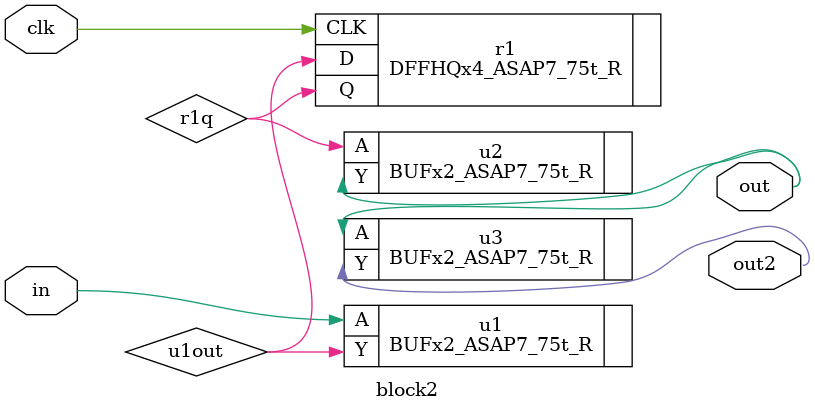
<source format=v>
module top (in, clk1, clk2, out, out2);
   input in, clk1, clk2;
   output out, out2;
   block1 b1 (.in(in), .clk(clk1), .out(b1out), .out2(out2));
   block2 b2 (.in(b1out), .clk(clk2), .out(out));
endmodule // top

module block1 (in, clk, out, out2);
   input in, clk;
   output out, out2;
   BUFx2_ASAP7_75t_R u1 (.A(in), .Y(u1out));
   DFFHQx4_ASAP7_75t_R  r1 (.D(u1out), .CLK(clk), .Q(r1q));
   BUFx2_ASAP7_75t_R u2 (.A(r1q), .Y(out));
   BUFx2_ASAP7_75t_R u3 (.A(out), .Y(out2));
endmodule // block1

module block2 (in, clk, out, out2);
   input in, clk;
   output out, out2;
   BUFx2_ASAP7_75t_R u1 (.A(in), .Y(u1out));
   DFFHQx4_ASAP7_75t_R  r1 (.D(u1out), .CLK(clk), .Q(r1q));
   BUFx2_ASAP7_75t_R u2 (.A(r1q), .Y(out));
   BUFx2_ASAP7_75t_R u3 (.A(out), .Y(out2));
endmodule // block2

</source>
